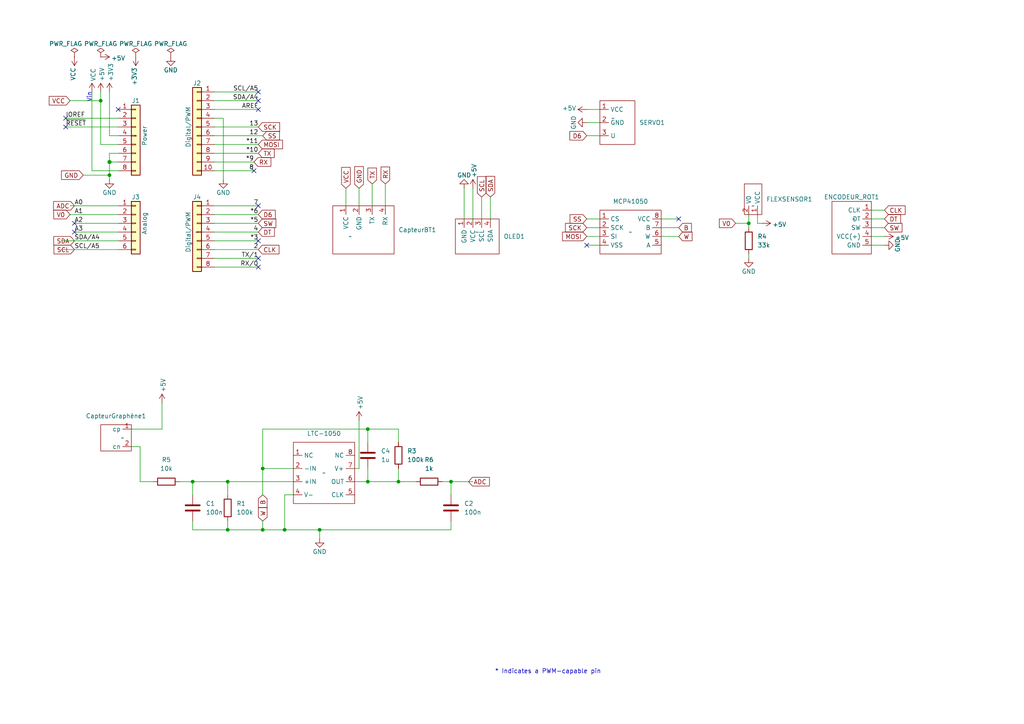
<source format=kicad_sch>
(kicad_sch (version 20230121) (generator eeschema)
  (paper "A4")
  (title_block (title "Projet capteurs") (date "2024-03-01") (rev "1.0") (company "INSA") (comment 1 "etc") (comment 2 "${EMAIL}") (comment 3 "Riethmuller Théo") (comment 4 "Opérateur CAO:"))
  (lib_symbols
    (symbol "Connector_Generic:Conn_01x06" (pin_names (offset 1.016) hide)
      (property "Reference" "J" (at 0 7.62 0))
      (property "Value" "Conn_01x06" (at 0 -10.16 0))
      (symbol "Conn_01x06_1_1"
        (rectangle (start -1.27 -7.493) (end 0 -7.747) (stroke (width 0.1524)))
        (rectangle (start -1.27 -4.953) (end 0 -5.207) (stroke (width 0.1524)))
        (rectangle (start -1.27 -2.413) (end 0 -2.667) (stroke (width 0.1524)))
        (rectangle (start -1.27 0.127) (end 0 -0.127) (stroke (width 0.1524)))
        (rectangle (start -1.27 2.667) (end 0 2.413) (stroke (width 0.1524)))
        (rectangle (start -1.27 5.207) (end 0 4.953) (stroke (width 0.1524)))
        (rectangle (start -1.27 6.35) (end 1.27 -8.89) (stroke (width 0.254)) (fill (type background)))
        (pin passive line (at -5.08 5.08 0) (length 3.81) (name "Pin_1") (number "1"))
        (pin passive line (at -5.08 2.54 0) (length 3.81) (name "Pin_2") (number "2"))
        (pin passive line (at -5.08 0 0) (length 3.81) (name "Pin_3") (number "3"))
        (pin passive line (at -5.08 -2.54 0) (length 3.81) (name "Pin_4") (number "4"))
        (pin passive line (at -5.08 -5.08 0) (length 3.81) (name "Pin_5") (number "5"))
        (pin passive line (at -5.08 -7.62 0) (length 3.81) (name "Pin_6") (number "6"))
      )
    )
    (symbol "Connector_Generic:Conn_01x08" (pin_names (offset 1.016) hide)
      (property "Reference" "J" (at 0 10.16 0))
      (property "Value" "Conn_01x08" (at 0 -12.7 0))
      (symbol "Conn_01x08_1_1"
        (rectangle (start -1.27 -10.033) (end 0 -10.287) (stroke (width 0.1524)))
        (rectangle (start -1.27 -7.493) (end 0 -7.747) (stroke (width 0.1524)))
        (rectangle (start -1.27 -4.953) (end 0 -5.207) (stroke (width 0.1524)))
        (rectangle (start -1.27 -2.413) (end 0 -2.667) (stroke (width 0.1524)))
        (rectangle (start -1.27 0.127) (end 0 -0.127) (stroke (width 0.1524)))
        (rectangle (start -1.27 2.667) (end 0 2.413) (stroke (width 0.1524)))
        (rectangle (start -1.27 5.207) (end 0 4.953) (stroke (width 0.1524)))
        (rectangle (start -1.27 7.747) (end 0 7.493) (stroke (width 0.1524)))
        (rectangle (start -1.27 8.89) (end 1.27 -11.43) (stroke (width 0.254)) (fill (type background)))
        (pin passive line (at -5.08 7.62 0) (length 3.81) (name "Pin_1") (number "1"))
        (pin passive line (at -5.08 5.08 0) (length 3.81) (name "Pin_2") (number "2"))
        (pin passive line (at -5.08 2.54 0) (length 3.81) (name "Pin_3") (number "3"))
        (pin passive line (at -5.08 0 0) (length 3.81) (name "Pin_4") (number "4"))
        (pin passive line (at -5.08 -2.54 0) (length 3.81) (name "Pin_5") (number "5"))
        (pin passive line (at -5.08 -5.08 0) (length 3.81) (name "Pin_6") (number "6"))
        (pin passive line (at -5.08 -7.62 0) (length 3.81) (name "Pin_7") (number "7"))
        (pin passive line (at -5.08 -10.16 0) (length 3.81) (name "Pin_8") (number "8"))
      )
    )
    (symbol "Connector_Generic:Conn_01x10" (pin_names (offset 1.016) hide)
      (property "Reference" "J" (at 0 12.7 0))
      (property "Value" "Conn_01x10" (at 0 -15.24 0))
      (symbol "Conn_01x10_1_1"
        (rectangle (start -1.27 -12.573) (end 0 -12.827) (stroke (width 0.1524)))
        (rectangle (start -1.27 -10.033) (end 0 -10.287) (stroke (width 0.1524)))
        (rectangle (start -1.27 -7.493) (end 0 -7.747) (stroke (width 0.1524)))
        (rectangle (start -1.27 -4.953) (end 0 -5.207) (stroke (width 0.1524)))
        (rectangle (start -1.27 -2.413) (end 0 -2.667) (stroke (width 0.1524)))
        (rectangle (start -1.27 0.127) (end 0 -0.127) (stroke (width 0.1524)))
        (rectangle (start -1.27 2.667) (end 0 2.413) (stroke (width 0.1524)))
        (rectangle (start -1.27 5.207) (end 0 4.953) (stroke (width 0.1524)))
        (rectangle (start -1.27 7.747) (end 0 7.493) (stroke (width 0.1524)))
        (rectangle (start -1.27 10.287) (end 0 10.033) (stroke (width 0.1524)))
        (rectangle (start -1.27 11.43) (end 1.27 -13.97) (stroke (width 0.254)) (fill (type background)))
        (pin passive line (at -5.08 10.16 0) (length 3.81) (name "Pin_1") (number "1"))
        (pin passive line (at -5.08 -12.7 0) (length 3.81) (name "Pin_10") (number "10"))
        (pin passive line (at -5.08 7.62 0) (length 3.81) (name "Pin_2") (number "2"))
        (pin passive line (at -5.08 5.08 0) (length 3.81) (name "Pin_3") (number "3"))
        (pin passive line (at -5.08 2.54 0) (length 3.81) (name "Pin_4") (number "4"))
        (pin passive line (at -5.08 0 0) (length 3.81) (name "Pin_5") (number "5"))
        (pin passive line (at -5.08 -2.54 0) (length 3.81) (name "Pin_6") (number "6"))
        (pin passive line (at -5.08 -5.08 0) (length 3.81) (name "Pin_7") (number "7"))
        (pin passive line (at -5.08 -7.62 0) (length 3.81) (name "Pin_8") (number "8"))
        (pin passive line (at -5.08 -10.16 0) (length 3.81) (name "Pin_9") (number "9"))
      )
    )
    (symbol "Device:C" (pin_numbers hide) (pin_names (offset 0.254))
      (property "Reference" "C" (at 0.635 2.54 0))
      (property "Value" "C" (at 0.635 -2.54 0))
      (symbol "C_0_1"
        (polyline (pts (xy -2.032 -0.762) (xy 2.032 -0.762)) (stroke (width 0.508)))
        (polyline (pts (xy -2.032 0.762) (xy 2.032 0.762)) (stroke (width 0.508)))
      )
      (symbol "C_1_1"
        (pin passive line (at 0 3.81 270) (length 2.794) (name "~") (number "1"))
        (pin passive line (at 0 -3.81 90) (length 2.794) (name "~") (number "2"))
      )
    )
    (symbol "Device:R" (pin_numbers hide) (pin_names (offset 0))
      (property "Reference" "R" (at 2.032 0 90))
      (property "Value" "R" (at 0 0 90))
      (symbol "R_0_1"
        (rectangle (start -1.016 -2.54) (end 1.016 2.54) (stroke (width 0.254)))
      )
      (symbol "R_1_1"
        (pin passive line (at 0 3.81 270) (length 1.27) (name "~") (number "1"))
        (pin passive line (at 0 -3.81 90) (length 1.27) (name "~") (number "2"))
      )
    )
    (symbol "Malibrairie:BT"
      (property "Reference" "U" (at 3.81 -1.27 0))
      (symbol "BT_0_1"
        (rectangle (start -5.08 8.89) (end 12.7 -5.08))
      )
      (symbol "BT_1_1"
        (pin passive line (at -1.27 8.89 270) (length 2.54) (name "VCC") (number "1"))
        (pin passive line (at 2.54 8.89 270) (length 2.54) (name "GND") (number "2"))
        (pin passive line (at 6.35 8.89 270) (length 2.54) (name "TX") (number "3"))
        (pin passive line (at 10.16 8.89 270) (length 2.54) (name "RX") (number "4"))
      )
    )
    (symbol "Malibrairie:Capteur_Graphène"
      (property "Reference" "U" (at -5.08 0 0))
      (symbol "Capteur_Graphène_0_1"
        (rectangle (start -6.35 3.81) (end 2.54 -3.81))
      )
      (symbol "Capteur_Graphène_1_1"
        (pin passive line (at 2.54 2.54 180) (length 2.54) (name "cp") (number "1"))
        (pin passive line (at 2.54 -2.54 180) (length 2.54) (name "cn") (number "2"))
      )
    )
    (symbol "Malibrairie:ENCODEUR_ROTATOIRE"
      (property "Reference" "ENCODEUR_ROT" (at -0.635 6.35 0))
      (property "Value" "~" (at 0 0 0))
      (symbol "ENCODEUR_ROTATOIRE_0_1"
        (rectangle (start -6.35 5.08) (end 5.08 -10.16))
      )
      (symbol "ENCODEUR_ROTATOIRE_1_1"
        (pin passive line (at 5.08 2.54 180) (length 2.54) (name "CLK") (number "1"))
        (pin passive line (at 5.08 0 180) (length 2.54) (name "DT") (number "2"))
        (pin passive line (at 5.08 -2.54 180) (length 2.54) (name "SW") (number "3"))
        (pin passive line (at 5.08 -5.08 180) (length 2.54) (name "VCC(+)") (number "4"))
        (pin passive line (at 5.08 -7.62 180) (length 2.54) (name "GND") (number "5"))
      )
    )
    (symbol "Malibrairie:FLEX_SENSOR"
      (property "Reference" "U" (at 0 -5.08 0))
      (symbol "FLEX_SENSOR_0_1"
        (rectangle (start -2.54 2.54) (end 2.54 -6.35))
      )
      (symbol "FLEX_SENSOR_1_1"
        (pin passive line (at -1.27 2.54 270) (length 2.54) (name "VCC") (number "1"))
        (pin passive line (at 1.27 2.54 270) (length 2.54) (name "V0") (number "2"))
      )
    )
    (symbol "Malibrairie:LTC-1050"
      (property "Reference" "U" (at 0 0 0))
      (symbol "LTC-1050_0_1"
        (rectangle (start -8.89 8.89) (end 8.89 -8.89))
      )
      (symbol "LTC-1050_1_1"
        (pin passive line (at -8.89 5.08 0) (length 2.54) (name "NC") (number "1"))
        (pin passive line (at -8.89 1.27 0) (length 2.54) (name "-IN") (number "2"))
        (pin passive line (at -8.89 -2.54 0) (length 2.54) (name "+IN") (number "3"))
        (pin passive line (at -8.89 -6.35 0) (length 2.54) (name "V-") (number "4"))
        (pin passive line (at 8.89 -6.35 180) (length 2.54) (name "CLK") (number "5"))
        (pin passive line (at 8.89 -2.54 180) (length 2.54) (name "OUT") (number "6"))
        (pin passive line (at 8.89 1.27 180) (length 2.54) (name "V+") (number "7"))
        (pin passive line (at 8.89 5.08 180) (length 2.54) (name "NC") (number "8"))
      )
    )
    (symbol "Malibrairie:MPC41050"
      (property "Reference" "U" (at 0 0 0))
      (symbol "MPC41050_0_1"
        (rectangle (start -8.89 6.35) (end 8.89 -6.35))
      )
      (symbol "MPC41050_1_1"
        (pin passive line (at -8.89 3.81 0) (length 2.54) (name "CS") (number "1"))
        (pin passive line (at -8.89 1.27 0) (length 2.54) (name "SCK") (number "2"))
        (pin passive line (at -8.89 -1.27 0) (length 2.54) (name "SI") (number "3"))
        (pin passive line (at -8.89 -3.81 0) (length 2.54) (name "VSS") (number "4"))
        (pin passive line (at 8.89 -3.81 180) (length 2.54) (name "A") (number "5"))
        (pin passive line (at 8.89 -1.27 180) (length 2.54) (name "W") (number "6"))
        (pin passive line (at 8.89 1.27 180) (length 2.54) (name "B") (number "7"))
        (pin passive line (at 8.89 3.81 180) (length 2.54) (name "VCC") (number "8"))
      )
    )
    (symbol "Malibrairie:OLED"
      (property "Reference" "U" (at 0 -5.08 0))
      (symbol "OLED_0_1"
        (rectangle (start -6.35 3.81) (end 6.35 -6.35))
      )
      (symbol "OLED_1_1"
        (pin passive line (at -3.81 3.81 270) (length 2.54) (name "GND") (number "1"))
        (pin passive line (at -1.27 3.81 270) (length 2.54) (name "VCC") (number "2"))
        (pin passive line (at 1.27 3.81 270) (length 2.54) (name "SCL") (number "3"))
        (pin passive line (at 3.81 3.81 270) (length 2.54) (name "SDA") (number "4"))
      )
    )
    (symbol "Malibrairie:SERVO"
      (property "Reference" "U" (at 0 0 0))
      (symbol "SERVO_0_1"
        (rectangle (start -3.81 5.08) (end 6.35 -7.62))
      )
      (symbol "SERVO_1_1"
        (pin passive line (at -3.81 2.54 0) (length 2.54) (name "VCC") (number "1"))
        (pin passive line (at -3.81 -1.27 0) (length 2.54) (name "GND") (number "2"))
        (pin passive line (at -3.81 -5.08 0) (length 2.54) (name "U") (number "3"))
      )
    )
    (symbol "power:+3V3" (power) (pin_names (offset 0))
      (property "Value" "+3V3" (at 0 3.556 0))
      (symbol "+3V3_0_1"
        (polyline (pts (xy -0.762 1.27) (xy 0 2.54)))
        (polyline (pts (xy 0 0) (xy 0 2.54)))
        (polyline (pts (xy 0 2.54) (xy 0.762 1.27)))
      )
      (symbol "+3V3_1_1"
        (pin power_in line (at 0 0 90) (length 0) hide (name "+3V3") (number "1"))
      )
    )
    (symbol "power:+5V" (power) (pin_names (offset 0))
      (property "Value" "+5V" (at 0 3.556 0))
      (symbol "+5V_0_1"
        (polyline (pts (xy -0.762 1.27) (xy 0 2.54)))
        (polyline (pts (xy 0 0) (xy 0 2.54)))
        (polyline (pts (xy 0 2.54) (xy 0.762 1.27)))
      )
      (symbol "+5V_1_1"
        (pin power_in line (at 0 0 90) (length 0) hide (name "+5V") (number "1"))
      )
    )
    (symbol "power:GND" (power) (pin_names (offset 0))
      (property "Value" "GND" (at 0 -3.81 0))
      (symbol "GND_0_1"
        (polyline (pts (xy 0 0) (xy 0 -1.27) (xy 1.27 -1.27) (xy 0 -2.54) (xy -1.27 -1.27) (xy 0 -1.27)))
      )
      (symbol "GND_1_1"
        (pin power_in line (at 0 0 270) (length 0) hide (name "GND") (number "1"))
      )
    )
    (symbol "power:PWR_FLAG" (power) (pin_numbers hide) (pin_names (offset 0) hide)
      (property "Value" "PWR_FLAG" (at 0 3.81 0))
      (symbol "PWR_FLAG_0_0"
        (pin power_out line (at 0 0 90) (length 0) (name "pwr") (number "1"))
      )
      (symbol "PWR_FLAG_0_1"
        (polyline (pts (xy 0 0) (xy 0 1.27) (xy -1.016 1.905) (xy 0 2.54) (xy 1.016 1.905) (xy 0 1.27)))
      )
    )
    (symbol "power:VCC" (power) (pin_names (offset 0))
      (property "Value" "VCC" (at 0 3.81 0))
      (symbol "VCC_0_1"
        (polyline (pts (xy -0.762 1.27) (xy 0 2.54)))
        (polyline (pts (xy 0 0) (xy 0 2.54)))
        (polyline (pts (xy 0 2.54) (xy 0.762 1.27)))
      )
      (symbol "VCC_1_1"
        (pin power_in line (at 0 0 90) (length 0) hide (name "VCC") (number "1"))
      )
    )
  )
  (junction (at 55.88 139.7))
  (junction (at 66.04 153.67))
  (junction (at 92.71 153.67))
  (junction (at 76.2 153.67))
  (junction (at 82.55 153.67))
  (junction (at 31.75 46.99) (diameter 1.016))
  (junction (at 106.68 124.46))
  (junction (at 115.57 139.7))
  (junction (at 130.81 139.7))
  (junction (at 29.21 29.21))
  (junction (at 66.04 139.7))
  (junction (at 106.68 139.7))
  (junction (at 76.2 135.89))
  (junction (at 217.17 64.77))
  (junction (at 31.75 50.8))
  (no_connect (at 170.18 71.12))
  (no_connect (at 74.93 31.75))
  (no_connect (at 74.93 29.21))
  (no_connect (at 196.85 63.5))
  (no_connect (at 19.05 34.29))
  (no_connect (at 74.93 77.47))
  (no_connect (at 74.93 59.69))
  (no_connect (at 74.93 74.93))
  (no_connect (at 74.93 26.67))
  (no_connect (at 21.59 64.77))
  (no_connect (at 73.66 49.53))
  (no_connect (at 19.05 36.83))
  (no_connect (at 74.93 69.85))
  (no_connect (at 34.29 31.75))
  (no_connect (at 21.59 67.31))
  (wire (pts (xy 62.23 77.47) (xy 74.93 77.47)))
  (wire (pts (xy 142.24 57.15) (xy 142.24 63.5)))
  (wire (pts (xy 100.33 54.61) (xy 100.33 59.69)))
  (wire (pts (xy 38.1 124.46) (xy 46.99 124.46)))
  (wire (pts (xy 62.23 44.45) (xy 74.93 44.45)))
  (wire (pts (xy 29.21 29.21) (xy 29.21 41.91)))
  (wire (pts (xy 62.23 26.67) (xy 74.93 26.67)))
  (wire (pts (xy 217.17 73.66) (xy 217.17 74.93)))
  (wire (pts (xy 31.75 44.45) (xy 31.75 46.99)))
  (wire (pts (xy 85.09 135.89) (xy 76.2 135.89)))
  (wire (pts (xy 17.78 72.39) (xy 34.29 72.39)))
  (wire (pts (xy 252.73 63.5) (xy 256.54 63.5)))
  (wire (pts (xy 102.87 139.7) (xy 106.68 139.7)))
  (wire (pts (xy 130.81 139.7) (xy 130.81 143.51)))
  (wire (pts (xy 40.64 129.54) (xy 40.64 139.7)))
  (wire (pts (xy 31.75 46.99) (xy 31.75 50.8)))
  (wire (pts (xy 92.71 153.67) (xy 82.55 153.67)))
  (wire (pts (xy 20.32 29.21) (xy 29.21 29.21)))
  (wire (pts (xy 76.2 151.13) (xy 76.2 153.67)))
  (wire (pts (xy 31.75 39.37) (xy 34.29 39.37)))
  (wire (pts (xy 134.62 54.61) (xy 134.62 63.5)))
  (wire (pts (xy 46.99 124.46) (xy 46.99 116.84)))
  (wire (pts (xy 196.85 66.04) (xy 191.77 66.04)))
  (wire (pts (xy 29.21 41.91) (xy 34.29 41.91)))
  (wire (pts (xy 170.18 66.04) (xy 173.99 66.04)))
  (wire (pts (xy 29.21 26.67) (xy 29.21 29.21)))
  (wire (pts (xy 73.66 49.53) (xy 62.23 49.53)))
  (wire (pts (xy 55.88 143.51) (xy 55.88 139.7)))
  (wire (pts (xy 40.64 129.54) (xy 38.1 129.54)))
  (wire (pts (xy 62.23 36.83) (xy 74.93 36.83)))
  (wire (pts (xy 31.75 26.67) (xy 31.75 39.37)))
  (wire (pts (xy 62.23 59.69) (xy 74.93 59.69)))
  (wire (pts (xy 76.2 153.67) (xy 82.55 153.67)))
  (wire (pts (xy 62.23 39.37) (xy 76.2 39.37)))
  (wire (pts (xy 170.18 63.5) (xy 173.99 63.5)))
  (wire (pts (xy 137.16 54.61) (xy 137.16 63.5)))
  (wire (pts (xy 62.23 62.23) (xy 74.93 62.23)))
  (wire (pts (xy 104.14 54.61) (xy 104.14 59.69)))
  (wire (pts (xy 111.76 53.34) (xy 111.76 59.69)))
  (wire (pts (xy 107.95 53.34) (xy 107.95 59.69)))
  (wire (pts (xy 139.7 57.15) (xy 139.7 63.5)))
  (wire (pts (xy 191.77 63.5) (xy 196.85 63.5)))
  (wire (pts (xy 115.57 128.27) (xy 115.57 124.46)))
  (wire (pts (xy 106.68 124.46) (xy 115.57 124.46)))
  (wire (pts (xy 128.27 139.7) (xy 130.81 139.7)))
  (wire (pts (xy 66.04 153.67) (xy 66.04 151.13)))
  (wire (pts (xy 92.71 153.67) (xy 92.71 156.21)))
  (wire (pts (xy 62.23 46.99) (xy 73.66 46.99)))
  (wire (pts (xy 196.85 68.58) (xy 191.77 68.58)))
  (wire (pts (xy 62.23 67.31) (xy 74.93 67.31)))
  (wire (pts (xy 104.14 121.92) (xy 104.14 135.89)))
  (wire (pts (xy 252.73 71.12) (xy 256.54 71.12)))
  (wire (pts (xy 252.73 60.96) (xy 256.54 60.96)))
  (wire (pts (xy 19.05 34.29) (xy 34.29 34.29)))
  (wire (pts (xy 66.04 153.67) (xy 76.2 153.67)))
  (wire (pts (xy 106.68 139.7) (xy 115.57 139.7)))
  (wire (pts (xy 66.04 139.7) (xy 85.09 139.7)))
  (wire (pts (xy 64.77 34.29) (xy 64.77 52.07)))
  (wire (pts (xy 62.23 31.75) (xy 74.93 31.75)))
  (wire (pts (xy 34.29 64.77) (xy 21.59 64.77)))
  (wire (pts (xy 19.05 36.83) (xy 34.29 36.83)))
  (wire (pts (xy 34.29 46.99) (xy 31.75 46.99)))
  (wire (pts (xy 31.75 50.8) (xy 31.75 52.07)))
  (wire (pts (xy 106.68 135.89) (xy 106.68 139.7)))
  (wire (pts (xy 82.55 143.51) (xy 85.09 143.51)))
  (wire (pts (xy 24.13 50.8) (xy 31.75 50.8)))
  (wire (pts (xy 170.18 71.12) (xy 173.99 71.12)))
  (wire (pts (xy 170.18 68.58) (xy 173.99 68.58)))
  (wire (pts (xy 34.29 49.53) (xy 26.67 49.53)))
  (wire (pts (xy 115.57 135.89) (xy 115.57 139.7)))
  (wire (pts (xy 20.32 59.69) (xy 34.29 59.69)))
  (wire (pts (xy 130.81 153.67) (xy 130.81 151.13)))
  (wire (pts (xy 20.32 62.23) (xy 34.29 62.23)))
  (wire (pts (xy 130.81 153.67) (xy 92.71 153.67)))
  (wire (pts (xy 170.18 39.37) (xy 173.99 39.37)))
  (wire (pts (xy 130.81 139.7) (xy 137.16 139.7)))
  (wire (pts (xy 62.23 34.29) (xy 64.77 34.29)))
  (wire (pts (xy 52.07 139.7) (xy 55.88 139.7)))
  (wire (pts (xy 34.29 44.45) (xy 31.75 44.45)))
  (wire (pts (xy 76.2 135.89) (xy 76.2 143.51)))
  (wire (pts (xy 170.18 35.56) (xy 173.99 35.56)))
  (wire (pts (xy 62.23 41.91) (xy 74.93 41.91)))
  (wire (pts (xy 82.55 143.51) (xy 82.55 153.67)))
  (wire (pts (xy 252.73 68.58) (xy 256.54 68.58)))
  (wire (pts (xy 219.71 62.23) (xy 219.71 64.77)))
  (wire (pts (xy 62.23 64.77) (xy 74.93 64.77)))
  (wire (pts (xy 21.59 67.31) (xy 34.29 67.31)))
  (wire (pts (xy 170.18 31.75) (xy 173.99 31.75)))
  (wire (pts (xy 55.88 151.13) (xy 55.88 153.67)))
  (wire (pts (xy 106.68 124.46) (xy 76.2 124.46)))
  (wire (pts (xy 76.2 124.46) (xy 76.2 135.89)))
  (wire (pts (xy 106.68 124.46) (xy 106.68 128.27)))
  (wire (pts (xy 66.04 139.7) (xy 66.04 143.51)))
  (wire (pts (xy 40.64 139.7) (xy 44.45 139.7)))
  (wire (pts (xy 217.17 64.77) (xy 217.17 66.04)))
  (wire (pts (xy 55.88 153.67) (xy 66.04 153.67)))
  (wire (pts (xy 62.23 29.21) (xy 74.93 29.21)))
  (wire (pts (xy 213.36 64.77) (xy 217.17 64.77)))
  (wire (pts (xy 62.23 72.39) (xy 74.93 72.39)))
  (wire (pts (xy 219.71 64.77) (xy 220.98 64.77)))
  (wire (pts (xy 62.23 69.85) (xy 74.93 69.85)))
  (wire (pts (xy 252.73 66.04) (xy 256.54 66.04)))
  (wire (pts (xy 62.23 74.93) (xy 74.93 74.93)))
  (wire (pts (xy 26.67 26.67) (xy 26.67 49.53)))
  (wire (pts (xy 102.87 135.89) (xy 104.14 135.89)))
  (wire (pts (xy 115.57 139.7) (xy 120.65 139.7)))
  (wire (pts (xy 17.78 69.85) (xy 34.29 69.85)))
  (wire (pts (xy 217.17 62.23) (xy 217.17 64.77)))
  (wire (pts (xy 55.88 139.7) (xy 66.04 139.7)))
  (text "Vin" (at 26.67 26.67 90) (effects (font (size 1.27 1.27)) (justify right bottom)))
  (text "* Indicates a PWM-capable pin" (at 143.51 195.58 0) (effects (font (size 1.27 1.27)) (justify left bottom)))
  (label "RX{slash}0" (at 74.93 77.47 180))
  (label "A2" (at 21.59 64.77 0))
  (label "4" (at 74.93 67.31 180))
  (label "2" (at 74.93 72.39 180))
  (label "A3" (at 21.59 67.31 0))
  (label "13" (at 74.93 36.83 180))
  (label "12" (at 74.93 39.37 180))
  (label "~{RESET}" (at 19.05 36.83 0))
  (label "*10" (at 74.93 44.45 180))
  (label "7" (at 74.93 59.69 180))
  (label "SDA{slash}A4" (at 74.93 29.21 180))
  (label "8" (at 73.66 49.53 180))
  (label "*11" (at 74.93 41.91 180))
  (label "*3" (at 74.93 69.85 180))
  (label "A1" (at 21.59 62.23 0))
  (label "TX{slash}1" (at 74.93 74.93 180))
  (label "A0" (at 21.59 59.69 0))
  (label "AREF" (at 74.93 31.75 180))
  (label "*6" (at 74.93 62.23 180))
  (label "SCL{slash}A5" (at 74.93 26.67 180))
  (label "*9" (at 73.66 46.99 180))
  (label "*5" (at 74.93 64.77 180))
  (label "IOREF" (at 19.05 34.29 0))
  (label "SDA{slash}A4" (at 21.59 69.85 0))
  (label "SCL{slash}A5" (at 21.59 72.39 0))
  (global_label "SDA" (shape input) (at 142.24 57.15 90) (property "Intersheetrefs" "${INTERSHEET_REFS}" (effects hide)))
  (global_label "MOSI" (shape input) (at 170.18 68.58 180) (property "Intersheetrefs" "${INTERSHEET_REFS}" (effects hide)))
  (global_label "W" (shape input) (at 196.85 68.58 0) (property "Intersheetrefs" "${INTERSHEET_REFS}" (effects hide)))
  (global_label "TX" (shape input) (at 107.95 53.34 90) (property "Intersheetrefs" "${INTERSHEET_REFS}" (effects hide)))
  (global_label "GND" (shape input) (at 104.14 54.61 90) (property "Intersheetrefs" "${INTERSHEET_REFS}" (effects hide)))
  (global_label "SDA" (shape input) (at 21.59 69.85 180) (property "Intersheetrefs" "${INTERSHEET_REFS}" (effects hide)))
  (global_label "RX" (shape input) (at 111.76 53.34 90) (property "Intersheetrefs" "${INTERSHEET_REFS}" (effects hide)))
  (global_label "SCL" (shape input) (at 21.59 72.39 180) (property "Intersheetrefs" "${INTERSHEET_REFS}" (effects hide)))
  (global_label "CLK" (shape input) (at 74.93 72.39 0) (property "Intersheetrefs" "${INTERSHEET_REFS}" (effects hide)))
  (global_label "V0" (shape input) (at 213.36 64.77 180) (property "Intersheetrefs" "${INTERSHEET_REFS}" (effects hide)))
  (global_label "B" (shape input) (at 76.2 143.51 270) (property "Intersheetrefs" "${INTERSHEET_REFS}" (effects hide)))
  (global_label "GND" (shape input) (at 24.13 50.8 180) (property "Intersheetrefs" "${INTERSHEET_REFS}" (effects hide)))
  (global_label "W" (shape input) (at 76.2 151.13 90) (property "Intersheetrefs" "${INTERSHEET_REFS}" (effects hide)))
  (global_label "V0" (shape input) (at 20.32 62.23 180) (property "Intersheetrefs" "${INTERSHEET_REFS}" (effects hide)))
  (global_label "ADC" (shape input) (at 21.59 59.69 180) (property "Intersheetrefs" "${INTERSHEET_REFS}" (effects hide)))
  (global_label "RX" (shape input) (at 73.66 46.99 0) (property "Intersheetrefs" "${INTERSHEET_REFS}" (effects hide)))
  (global_label "VCC" (shape input) (at 100.33 54.61 90) (property "Intersheetrefs" "${INTERSHEET_REFS}" (effects hide)))
  (global_label "VCC" (shape input) (at 20.32 29.21 180) (property "Intersheetrefs" "${INTERSHEET_REFS}" (effects hide)))
  (global_label "SCK" (shape input) (at 74.93 36.83 0) (property "Intersheetrefs" "${INTERSHEET_REFS}" (effects hide)))
  (global_label "DT" (shape input) (at 74.93 67.31 0) (property "Intersheetrefs" "${INTERSHEET_REFS}" (effects hide)))
  (global_label "SW" (shape input) (at 74.93 64.77 0) (property "Intersheetrefs" "${INTERSHEET_REFS}" (effects hide)))
  (global_label "TX" (shape input) (at 74.93 44.45 0) (property "Intersheetrefs" "${INTERSHEET_REFS}" (effects hide)))
  (global_label "SW" (shape input) (at 256.54 66.04 0) (property "Intersheetrefs" "${INTERSHEET_REFS}" (effects hide)))
  (global_label "SS" (shape input) (at 76.2 39.37 0) (property "Intersheetrefs" "${INTERSHEET_REFS}" (effects hide)))
  (global_label "ADC" (shape input) (at 135.89 139.7 0) (property "Intersheetrefs" "${INTERSHEET_REFS}" (effects hide)))
  (global_label "SCK" (shape input) (at 170.18 66.04 180) (property "Intersheetrefs" "${INTERSHEET_REFS}" (effects hide)))
  (global_label "MOSI" (shape input) (at 74.93 41.91 0) (property "Intersheetrefs" "${INTERSHEET_REFS}" (effects hide)))
  (global_label "SCL" (shape input) (at 139.7 57.15 90) (property "Intersheetrefs" "${INTERSHEET_REFS}" (effects hide)))
  (global_label "SS" (shape input) (at 170.18 63.5 180) (property "Intersheetrefs" "${INTERSHEET_REFS}" (effects hide)))
  (global_label "CLK" (shape input) (at 256.54 60.96 0) (property "Intersheetrefs" "${INTERSHEET_REFS}" (effects hide)))
  (global_label "D6" (shape input) (at 74.93 62.23 0) (property "Intersheetrefs" "${INTERSHEET_REFS}" (effects hide)))
  (global_label "DT" (shape input) (at 256.54 63.5 0) (property "Intersheetrefs" "${INTERSHEET_REFS}" (effects hide)))
  (global_label "D6" (shape input) (at 170.18 39.37 180) (property "Intersheetrefs" "${INTERSHEET_REFS}" (effects hide)))
  (global_label "B" (shape input) (at 196.85 66.04 0) (property "Intersheetrefs" "${INTERSHEET_REFS}" (effects hide)))
  (symbol (lib_id "Connector_Generic:Conn_01x08") (at 39.37 39.37 0) (unit 1)
    (property "Reference" "J1" (at 39.37 29.21 0))
    (property "Value" "Power" (at 41.91 39.37 90))
    (property "Footprint" "Connector_PinSocket_2.54mm:PinSocket_1x08_P2.54mm_Vertical" (effects hide))
    (property "Datasheet" "~" (at 39.37 39.37 0))
  )
  (symbol (lib_id "power:+3V3") (at 31.75 26.67 0) (unit 1)
    (property "Reference" "#PWR03" (effects hide))
    (property "Value" "+3.3V" (at 32.131 23.622 90) (effects (justify left)))
  )
  (symbol (lib_id "power:+5V") (at 29.21 26.67 0) (unit 1)
    (property "Reference" "#PWR02" (effects hide))
    (property "Value" "+5V" (at 29.5656 23.622 90) (effects (justify left)))
  )
  (symbol (lib_id "power:GND") (at 31.75 52.07 0) (unit 1)
    (property "Reference" "#PWR04" (effects hide))
    (property "Value" "GND" (at 31.75 55.88 0))
  )
  (symbol (lib_id "Connector_Generic:Conn_01x10") (at 57.15 36.83 0) (mirror y) (unit 1)
    (property "Reference" "J2" (at 57.15 24.13 0))
    (property "Value" "Digital/PWM" (at 54.61 36.83 90))
    (property "Footprint" "Connector_PinSocket_2.54mm:PinSocket_1x10_P2.54mm_Vertical" (effects hide))
    (property "Datasheet" "~" (at 57.15 36.83 0))
  )
  (symbol (lib_id "power:GND") (at 64.77 52.07 0) (unit 1)
    (property "Reference" "#PWR05" (effects hide))
    (property "Value" "GND" (at 64.77 55.88 0))
  )
  (symbol (lib_id "Connector_Generic:Conn_01x06") (at 39.37 64.77 0) (unit 1)
    (property "Reference" "J3" (at 39.37 57.15 0))
    (property "Value" "Analog" (at 41.91 64.77 90))
    (property "Footprint" "Connector_PinSocket_2.54mm:PinSocket_1x06_P2.54mm_Vertical" (effects hide))
  )
  (symbol (lib_id "Connector_Generic:Conn_01x08") (at 57.15 67.31 0) (mirror y) (unit 1)
    (property "Reference" "J4" (at 57.15 57.15 0))
    (property "Value" "Digital/PWM" (at 54.61 67.31 90))
    (property "Footprint" "Connector_PinSocket_2.54mm:PinSocket_1x08_P2.54mm_Vertical" (effects hide))
    (property "Datasheet" "~" (at 57.15 67.31 0))
  )
  (symbol (lib_id "power:+5V") (at 220.98 64.77 270) (unit 1)
    (property "Reference" "#PWR016" (effects hide))
    (property "Value" "+5V" (at 224.028 65.1256 90) (effects (justify left)))
  )
  (symbol (lib_id "power:+5V") (at 256.54 68.58 270) (unit 1)
    (property "Reference" "#PWR018" (effects hide))
    (property "Value" "+5V" (at 259.588 68.9356 90) (effects (justify left)))
  )
  (symbol (lib_id "power:PWR_FLAG") (at 39.37 16.51 0) (unit 1)
    (property "Reference" "#FLG0102" (effects hide))
    (property "Value" "PWR_FLAG" (at 39.37 12.7 0))
  )
  (symbol (lib_id "Device:C") (at 130.81 147.32 0) (unit 1)
    (property "Reference" "C2" (at 134.62 146.05 0) (effects (justify left)))
    (property "Value" "100n" (at 134.62 148.59 0) (effects (justify left)))
    (property "Footprint" "Capacitor_THT:C_Disc_D5.1mm_W3.2mm_P5.00mm" (effects hide))
  )
  (symbol (lib_id "power:+5V") (at 137.16 54.61 0) (unit 1)
    (property "Reference" "#PWR014" (effects hide))
    (property "Value" "+5V" (at 137.5156 51.562 90) (effects (justify left)))
  )
  (symbol (lib_id "Malibrairie:OLED") (at 138.43 67.31 0) (unit 1)
    (property "Reference" "OLED1" (at 146.05 68.58 0) (effects (justify left)))
    (property "Value" "~" (at 138.43 67.31 0))
    (property "Footprint" "Empreintes:OLED" (effects hide))
  )
  (symbol (lib_id "Device:R") (at 115.57 132.08 0) (unit 1)
    (property "Reference" "R3" (at 118.11 130.81 0) (effects (justify left)))
    (property "Value" "100k" (at 118.11 133.35 0) (effects (justify left)))
    (property "Footprint" "Resistor_THT:R_Axial_DIN0207_L6.3mm_D2.5mm_P10.16mm_Horizontal" (effects hide))
  )
  (symbol (lib_id "Device:R") (at 48.26 139.7 270) (unit 1)
    (property "Reference" "R5" (at 48.26 133.35 90))
    (property "Value" "10k" (at 48.26 135.89 90))
    (property "Footprint" "Resistor_THT:R_Axial_DIN0207_L6.3mm_D2.5mm_P10.16mm_Horizontal" (effects hide))
  )
  (symbol (lib_id "Malibrairie:SERVO") (at 177.8 34.29 0) (unit 1)
    (property "Reference" "SERVO1" (at 185.42 35.56 0) (effects (justify left)))
    (property "Value" "~" (at 177.8 34.29 0))
    (property "Footprint" "Empreintes:SERVO" (effects hide))
  )
  (symbol (lib_id "Malibrairie:MPC41050") (at 182.88 67.31 0) (unit 1)
    (property "Reference" "MCP41050" (at 182.88 58.42 0))
    (property "Value" "~" (at 182.88 67.31 0))
    (property "Footprint" "Empreintes:POTENTIOMETRE DIGITAL" (effects hide))
  )
  (symbol (lib_id "power:PWR_FLAG") (at 29.21 16.51 0) (unit 1)
    (property "Reference" "#FLG0101" (effects hide))
    (property "Value" "PWR_FLAG" (at 29.21 12.7 0))
  )
  (symbol (lib_id "power:GND") (at 256.54 71.12 90) (unit 1)
    (property "Reference" "#PWR017" (effects hide))
    (property "Value" "GND" (at 260.35 71.12 0))
  )
  (symbol (lib_id "power:+5V") (at 46.99 116.84 0) (unit 1)
    (property "Reference" "#PWR010" (effects hide))
    (property "Value" "+5V" (at 47.3456 113.792 90) (effects (justify left)))
  )
  (symbol (lib_id "power:VCC") (at 26.67 26.67 0) (unit 1)
    (property "Reference" "#PWR01" (effects hide))
    (property "Value" "VCC" (at 27.051 23.622 90) (effects (justify left)))
  )
  (symbol (lib_id "power:+5V") (at 170.18 31.75 90) (unit 1)
    (property "Reference" "#PWR019" (effects hide))
    (property "Value" "+5V" (at 167.132 31.3944 90) (effects (justify left)))
  )
  (symbol (lib_id "Device:R") (at 66.04 147.32 0) (unit 1)
    (property "Reference" "R1" (at 68.58 146.05 0) (effects (justify left)))
    (property "Value" "100k" (at 68.58 148.59 0) (effects (justify left)))
    (property "Footprint" "Resistor_THT:R_Axial_DIN0207_L6.3mm_D2.5mm_P10.16mm_Horizontal" (effects hide))
  )
  (symbol (lib_id "Device:R") (at 217.17 69.85 0) (unit 1)
    (property "Reference" "R4" (at 219.71 68.58 0) (effects (justify left)))
    (property "Value" "33k" (at 219.71 71.12 0) (effects (justify left)))
    (property "Footprint" "Resistor_THT:R_Axial_DIN0207_L6.3mm_D2.5mm_P10.16mm_Horizontal" (effects hide))
  )
  (symbol (lib_id "power:PWR_FLAG") (at 21.59 16.51 0) (unit 1)
    (property "Reference" "#FLG01" (effects hide))
    (property "Value" "PWR_FLAG" (at 19.05 12.7 0))
  )
  (symbol (lib_id "Malibrairie:FLEX_SENSOR") (at 218.44 59.69 180) (unit 1)
    (property "Reference" "FLEXSENSOR1" (at 222.25 57.785 0) (effects (justify right)))
    (property "Value" "~" (at 218.44 59.69 0))
    (property "Footprint" "Empreintes:FLEX SENSOR" (effects hide))
  )
  (symbol (lib_id "Malibrairie:Capteur_Graphène") (at 35.56 127 0) (unit 1)
    (property "Reference" "CapteurGraphène1" (at 33.655 120.65 0))
    (property "Value" "~" (at 35.56 127 0))
    (property "Footprint" "Empreintes:CAPTEUR GRAPHENE" (effects hide))
  )
  (symbol (lib_id "power:GND") (at 134.62 54.61 180) (unit 1)
    (property "Reference" "#PWR013" (effects hide))
    (property "Value" "GND" (at 134.62 50.8 0))
  )
  (symbol (lib_id "power:+5V") (at 29.21 16.51 270) (unit 1)
    (property "Reference" "#PWR07" (effects hide))
    (property "Value" "+5V" (at 32.258 16.8656 90) (effects (justify left)))
  )
  (symbol (lib_id "power:GND") (at 92.71 156.21 0) (unit 1)
    (property "Reference" "#PWR011" (effects hide))
    (property "Value" "GND" (at 92.71 160.02 0))
  )
  (symbol (lib_id "power:+5V") (at 104.14 121.92 0) (unit 1)
    (property "Reference" "#PWR012" (effects hide))
    (property "Value" "+5V" (at 104.4956 118.872 90) (effects (justify left)))
  )
  (symbol (lib_id "Malibrairie:LTC-1050") (at 93.98 137.16 0) (unit 1)
    (property "Reference" "LTC-1050" (at 93.98 125.73 0))
    (property "Value" "~" (at 93.98 137.16 0))
    (property "Footprint" "Empreintes:LTC-1050" (effects hide))
  )
  (symbol (lib_id "Device:C") (at 55.88 147.32 0) (unit 1)
    (property "Reference" "C1" (at 59.69 146.05 0) (effects (justify left)))
    (property "Value" "100n" (at 59.69 148.59 0) (effects (justify left)))
    (property "Footprint" "Capacitor_THT:C_Disc_D5.1mm_W3.2mm_P5.00mm" (effects hide))
  )
  (symbol (lib_id "Malibrairie:BT") (at 101.6 68.58 0) (unit 1)
    (property "Reference" "CapteurBT1" (at 115.57 66.675 0) (effects (justify left)))
    (property "Value" "~" (at 101.6 68.58 0))
    (property "Footprint" "Empreintes:BT" (effects hide))
  )
  (symbol (lib_id "Malibrairie:ENCODEUR_ROTATOIRE") (at 247.65 63.5 0) (unit 1)
    (property "Reference" "ENCODEUR_ROT1" (at 247.015 57.15 0))
    (property "Value" "~" (at 247.65 63.5 0))
    (property "Footprint" "Empreintes:ENCODEUR KY-040" (effects hide))
  )
  (symbol (lib_id "power:+3V3") (at 39.37 16.51 180) (unit 1)
    (property "Reference" "#PWR08" (effects hide))
    (property "Value" "+3.3V" (at 38.989 19.558 90) (effects (justify left)))
  )
  (symbol (lib_id "power:GND") (at 49.53 16.51 0) (unit 1)
    (property "Reference" "#PWR09" (effects hide))
    (property "Value" "GND" (at 49.53 20.32 0))
  )
  (symbol (lib_id "Device:R") (at 124.46 139.7 90) (unit 1)
    (property "Reference" "R6" (at 124.46 133.35 90))
    (property "Value" "1k" (at 124.46 135.89 90))
    (property "Footprint" "Resistor_THT:R_Axial_DIN0207_L6.3mm_D2.5mm_P10.16mm_Horizontal" (effects hide))
  )
  (symbol (lib_id "power:GND") (at 217.17 74.93 0) (unit 1)
    (property "Reference" "#PWR015" (effects hide))
    (property "Value" "GND" (at 217.17 78.74 0))
  )
  (symbol (lib_id "power:PWR_FLAG") (at 49.53 16.51 0) (unit 1)
    (property "Reference" "#FLG0103" (effects hide))
    (property "Value" "PWR_FLAG" (at 49.53 12.7 0))
  )
  (symbol (lib_id "power:GND") (at 170.18 35.56 270) (unit 1)
    (property "Reference" "#PWR020" (effects hide))
    (property "Value" "GND" (at 166.37 35.56 0))
  )
  (symbol (lib_id "power:VCC") (at 21.59 16.51 180) (unit 1)
    (property "Reference" "#PWR06" (effects hide))
    (property "Value" "VCC" (at 21.209 19.558 90) (effects (justify left)))
  )
  (symbol (lib_id "Device:C") (at 106.68 132.08 0) (unit 1)
    (property "Reference" "C4" (at 110.49 130.81 0) (effects (justify left)))
    (property "Value" "1u" (at 110.49 133.35 0) (effects (justify left)))
    (property "Footprint" "Capacitor_THT:C_Rect_L7.0mm_W3.5mm_P5.00mm" (effects hide))
  )
)
</source>
